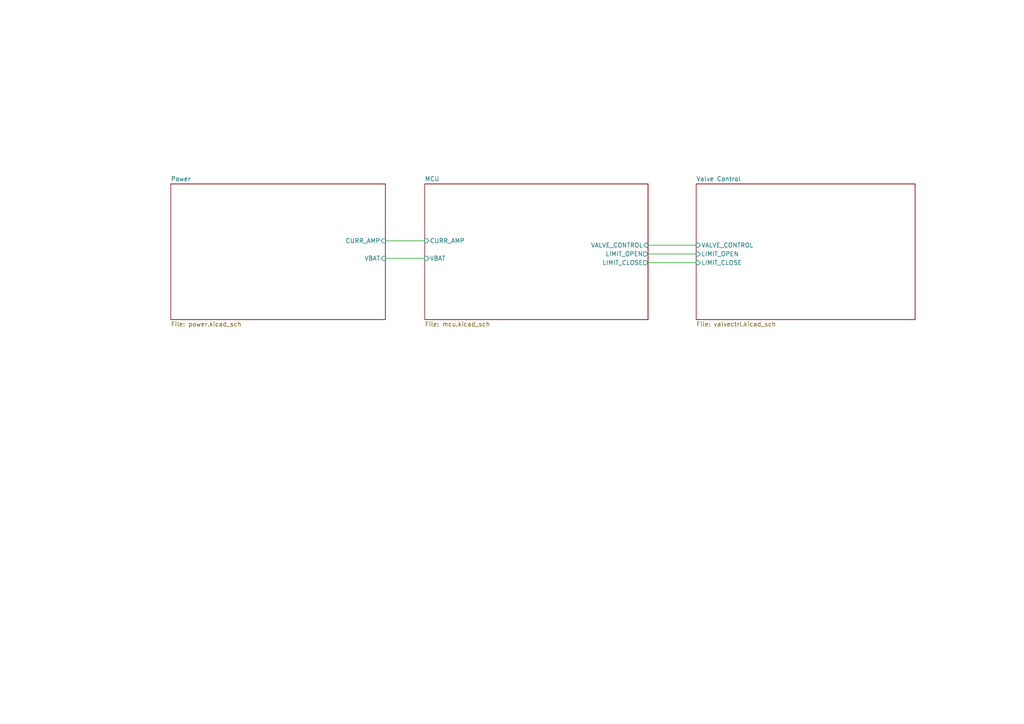
<source format=kicad_sch>
(kicad_sch (version 20230121) (generator eeschema)
  (paper "A4")
  (lib_symbols)
  (wire (pts (xy 187.96 73.66) (xy 201.93 73.66)))
  (wire (pts (xy 111.76 74.93) (xy 123.19 74.93)))
  (wire (pts (xy 201.93 76.2) (xy 187.96 76.2)))
  (wire (pts (xy 187.96 71.12) (xy 201.93 71.12)))
  (wire (pts (xy 111.76 69.85) (xy 123.19 69.85)))
  (sheet (at 123.19 53.34) (size 64.77 39.37)
    (property "Sheetname" "MCU" (at 123.19 52.6284 0) (effects (justify left bottom)))
    (property "Sheetfile" "mcu.kicad_sch" (at 123.19 93.2946 0) (effects (justify left top)))
    (pin "CURR_AMP" input (at 123.19 69.85 180))
    (pin "VBAT" input (at 123.19 74.93 180))
    (pin "LIMIT_OPEN" output (at 187.96 73.66 0))
    (pin "LIMIT_CLOSE" output (at 187.96 76.2 0))
    (pin "VALVE_CONTROL" input (at 187.96 71.12 0))
  )
  (sheet (at 49.53 53.34) (size 62.23 39.37)
    (property "Sheetname" "Power" (at 49.53 52.6284 0) (effects (justify left bottom)))
    (property "Sheetfile" "power.kicad_sch" (at 49.53 93.2946 0) (effects (justify left top)))
    (pin "CURR_AMP" input (at 111.76 69.85 0))
    (pin "VBAT" input (at 111.76 74.93 0))
  )
  (sheet (at 201.93 53.34) (size 63.5 39.37)
    (property "Sheetname" "Valve Control" (at 201.93 52.6284 0) (effects (justify left bottom)))
    (property "Sheetfile" "valvectrl.kicad_sch" (at 201.93 93.2946 0) (effects (justify left top)))
    (pin "LIMIT_OPEN" input (at 201.93 73.66 180))
    (pin "LIMIT_CLOSE" input (at 201.93 76.2 180))
    (pin "VALVE_CONTROL" input (at 201.93 71.12 180))
  )
)
</source>
